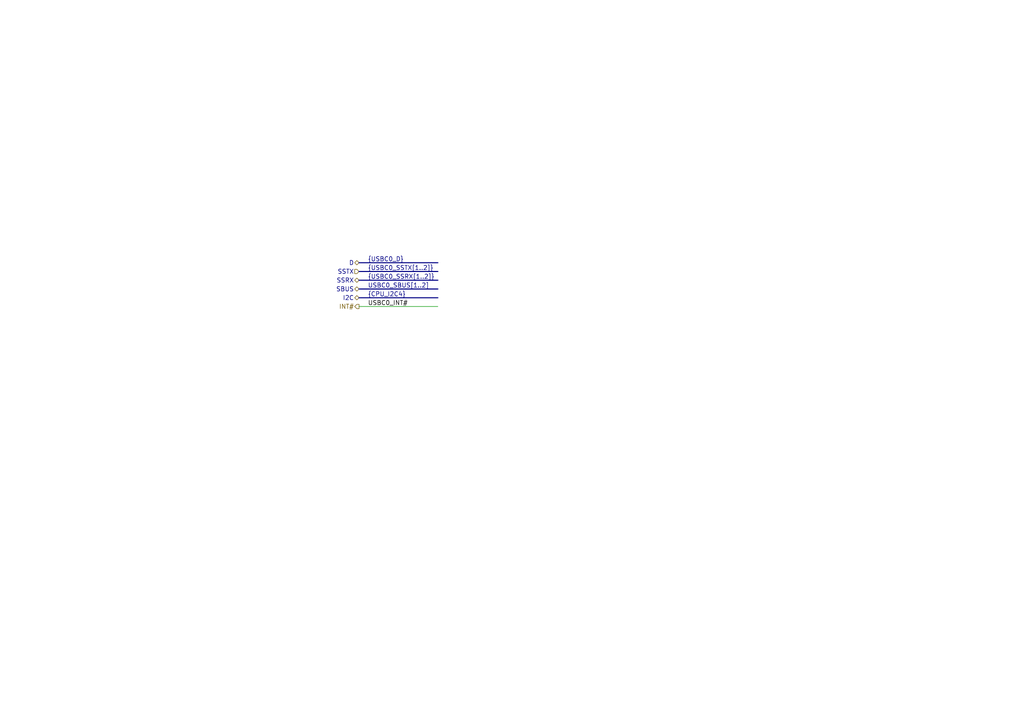
<source format=kicad_sch>
(kicad_sch
	(version 20250114)
	(generator "eeschema")
	(generator_version "9.0")
	(uuid "932210fe-aa7d-4bcb-b34c-8a38bd3f1cad")
	(paper "A4")
	(title_block
		(date "2026-01-14")
		(rev "1.0.0")
		(company "TickLab")
	)
	(lib_symbols)
	(bus
		(pts
			(xy 127 83.82) (xy 104.14 83.82)
		)
		(stroke
			(width 0)
			(type default)
		)
		(uuid "0b21cb07-0072-4fd0-9a29-f400eff9f9c9")
	)
	(bus
		(pts
			(xy 127 76.2) (xy 104.14 76.2)
		)
		(stroke
			(width 0)
			(type default)
		)
		(uuid "1c0f11d9-625d-4cdc-b676-1e2d0af78a7c")
	)
	(wire
		(pts
			(xy 127 88.9) (xy 104.14 88.9)
		)
		(stroke
			(width 0)
			(type default)
		)
		(uuid "6a660898-1a4a-4008-befe-ee0a2847eb20")
	)
	(bus
		(pts
			(xy 127 78.74) (xy 104.14 78.74)
		)
		(stroke
			(width 0)
			(type default)
		)
		(uuid "78147e1d-478e-4f4f-995c-12f4f9ee2c01")
	)
	(bus
		(pts
			(xy 127 81.28) (xy 104.14 81.28)
		)
		(stroke
			(width 0)
			(type default)
		)
		(uuid "8342aa13-c3cf-42ac-a287-03d24c12a168")
	)
	(bus
		(pts
			(xy 127 86.36) (xy 104.14 86.36)
		)
		(stroke
			(width 0)
			(type default)
		)
		(uuid "85924c21-9e6a-4586-bd93-22f344ddfe9d")
	)
	(label "{USBC0_SSTX[1..2]}"
		(at 106.68 78.74 0)
		(effects
			(font
				(size 1.27 1.27)
			)
			(justify left bottom)
		)
		(uuid "7376e5a9-c171-4692-a568-1107501988f1")
	)
	(label "USBC0_INT#"
		(at 106.68 88.9 0)
		(effects
			(font
				(size 1.27 1.27)
			)
			(justify left bottom)
		)
		(uuid "842e584f-8042-4140-b50b-a3408c7004a7")
	)
	(label "{USBC0_D}"
		(at 106.68 76.2 0)
		(effects
			(font
				(size 1.27 1.27)
			)
			(justify left bottom)
		)
		(uuid "8490a144-f1a5-4b74-8dd1-e48ce3b5681e")
	)
	(label "USBC0_SBUS[1..2]"
		(at 106.68 83.82 0)
		(effects
			(font
				(size 1.27 1.27)
			)
			(justify left bottom)
		)
		(uuid "9cb6300a-f3ab-481a-a027-43d62162e209")
	)
	(label "{CPU_I2C4}"
		(at 106.68 86.36 0)
		(effects
			(font
				(size 1.27 1.27)
			)
			(justify left bottom)
		)
		(uuid "cdf84772-b30a-48fd-a0c9-8767d6780591")
	)
	(label "{USBC0_SSRX[1..2]}"
		(at 106.68 81.28 0)
		(effects
			(font
				(size 1.27 1.27)
			)
			(justify left bottom)
		)
		(uuid "ee5153be-ded6-4cf3-a643-061b522b6374")
	)
	(hierarchical_label "SSRX"
		(shape bidirectional)
		(at 104.14 81.28 180)
		(effects
			(font
				(size 1.27 1.27)
			)
			(justify right)
		)
		(uuid "1121c584-45b4-43cd-a10b-197bb2cb42a0")
	)
	(hierarchical_label "SBUS"
		(shape bidirectional)
		(at 104.14 83.82 180)
		(effects
			(font
				(size 1.27 1.27)
			)
			(justify right)
		)
		(uuid "1f8321a6-cea6-4d39-8cf2-188761502d97")
	)
	(hierarchical_label "INT#"
		(shape output)
		(at 104.14 88.9 180)
		(effects
			(font
				(size 1.27 1.27)
			)
			(justify right)
		)
		(uuid "bda0f2b1-891c-45b6-8473-4d3d13f7e90d")
	)
	(hierarchical_label "D"
		(shape bidirectional)
		(at 104.14 76.2 180)
		(effects
			(font
				(size 1.27 1.27)
			)
			(justify right)
		)
		(uuid "cbac33f1-3d38-45e2-ae21-4c5cd3b25f50")
	)
	(hierarchical_label "SSTX"
		(shape input)
		(at 104.14 78.74 180)
		(effects
			(font
				(size 1.27 1.27)
			)
			(justify right)
		)
		(uuid "e5bc413f-f6c7-4da4-b721-75f9c7268bbe")
	)
	(hierarchical_label "I2C"
		(shape bidirectional)
		(at 104.14 86.36 180)
		(effects
			(font
				(size 1.27 1.27)
			)
			(justify right)
		)
		(uuid "f63a1df8-52ed-4f36-8fec-5846a0d1eb39")
	)
)

</source>
